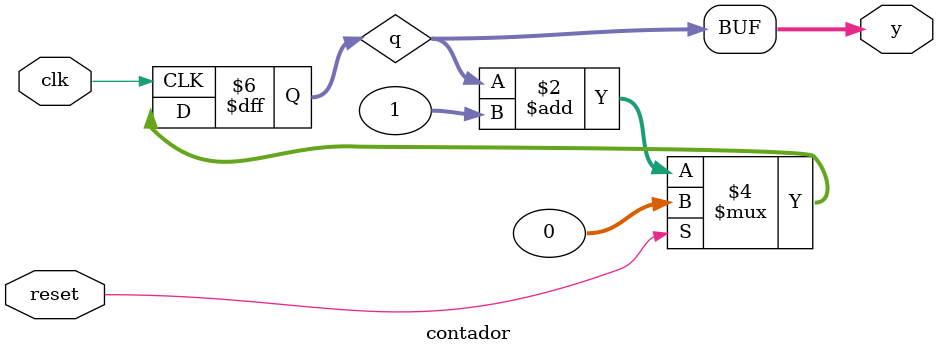
<source format=v>
`timescale 1ns / 1ps
	module contador(
	input wire clk,
	input wire reset,
	output wire [31:0]y
    );
	reg[31:0]q;
	always@(posedge clk) begin
		if( reset )  begin 
			q= 32'd0;
		end else begin
			q= q + 32'd1; 
		end
	end 
	assign y= q;
endmodule

</source>
